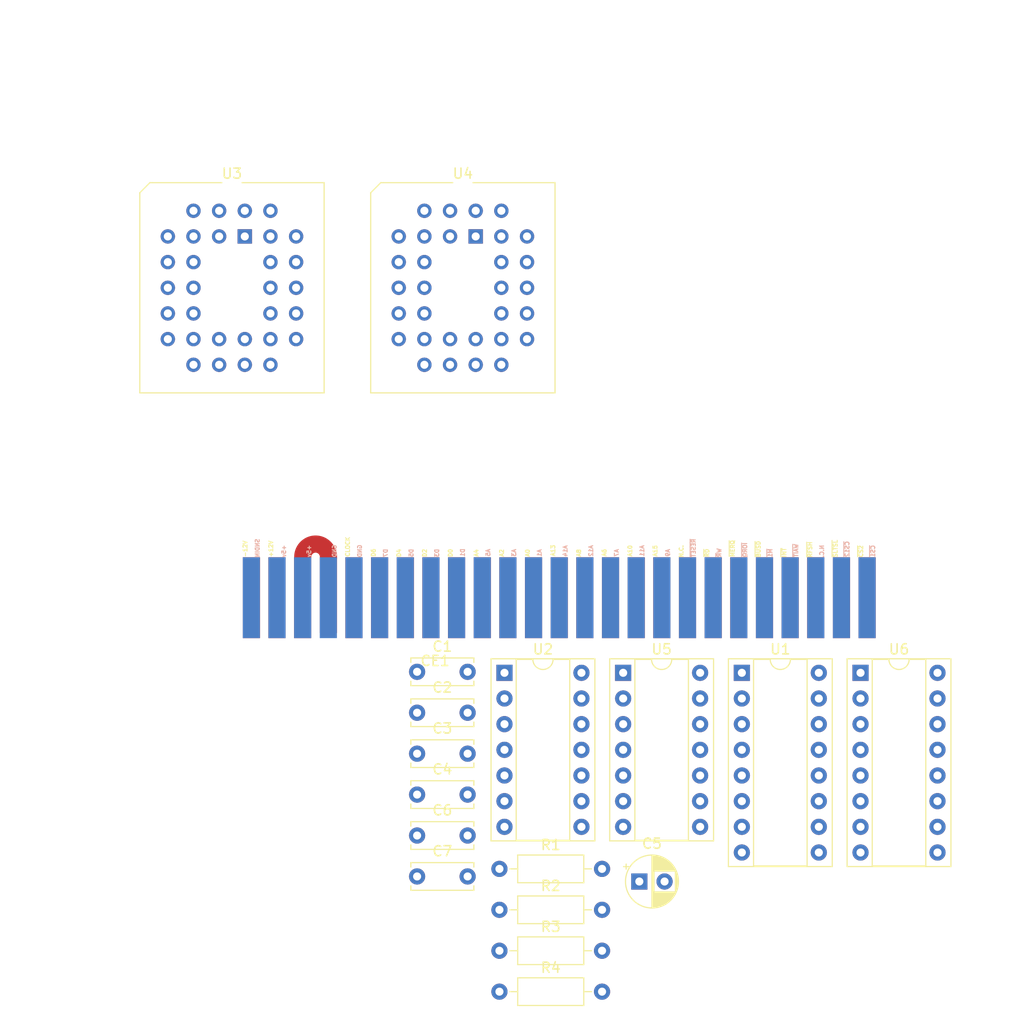
<source format=kicad_pcb>
(kicad_pcb (version 20221018) (generator pcbnew)
  (layers (0 "F.Cu" signal) (31 "B.Cu" signal) (34 "B.Paste" user) (35 "F.Paste" user) (36 "B.SilkS" user "B.Silkscreen") (37 "F.SilkS" user "F.Silkscreen") (38 "B.Mask" user) (39 "F.Mask" user) (44 "Edge.Cuts" user))
  (net 0 "")
  (net 4 "+5V")
  (net 6 "GND")
  (net 8 "/D6")
  (net 10 "/D7")
  (net 11 "/D4")
  (net 12 "/D5")
  (net 13 "/D2")
  (net 14 "/D3")
  (net 15 "/D0")
  (net 16 "/D1")
  (net 17 "/A4")
  (net 18 "/A5")
  (net 19 "/A2")
  (net 20 "/A3")
  (net 21 "/A0")
  (net 22 "/A1")
  (net 23 "/A13")
  (net 24 "/A8")
  (net 25 "/A12")
  (net 27 "/A6")
  (net 28 "/A7")
  (net 29 "/A10")
  (net 30 "/A11")
  (net 31 "/A15")
  (net 32 "/A9")
  (net 33 "/{slash}RD")
  (net 34 "/{slash}WR")
  (net 37 "/{slash}SLTSL")
  (net 38 "/MA14")
  (net 47 "/MA13")
  (net 55 "/ROM_CE1")
  (net 56 "/ROM_CE2")
  (net 57 "/ROM_CE3")
  (net 58 "/ROM_CE4")
  (net 59 "Net-(U6-~{Ew})")
  (net 60 "Net-(U2-Pad6)")
  (net 61 "Net-(U6-~{Er})")
  (footprint "Resistor_THT:R_Axial_DIN0207_L6.3mm_D2.5mm_P10.16mm_Horizontal" (layer "F.Cu") (at 136.97 136.24)
    (fp_text reference "R1" (at 5.08 -2.37) (layer "F.SilkS"))
    (fp_text value "470R")
    (pad "1" thru_hole circle (at 0 0) (size 1.6 1.6) (drill 0.8) (layers "*.Cu" "*.Mask") (net 6 "GND"))
    (pad "2" thru_hole oval (at 10.16 0) (size 1.6 1.6) (drill 0.8) (layers "*.Cu" "*.Mask") (net 38 "/MA14"))
  )
  (footprint "Capacitor_THT:CP_Radial_D5.0mm_P2.50mm" (layer "F.Cu") (at 150.819775 137.49)
    (fp_text reference "C5" (at 1.25 -3.75) (layer "F.SilkS"))
    (fp_text value "10uf")
    (pad "1" thru_hole rect (at 0 0) (size 1.6 1.6) (drill 0.8) (layers "*.Cu" "*.Mask") (net 4 "+5V"))
    (pad "2" thru_hole circle (at 2.5 0) (size 1.6 1.6) (drill 0.8) (layers "*.Cu" "*.Mask") (net 6 "GND"))
  )
  (footprint "Package_LCC:PLCC-32_THT-Socket" (layer "F.Cu") (at 111.76 73.66)
    (fp_text reference "U3" (at -1.27 -6.22) (layer "F.SilkS"))
    (fp_text value "W29C020")
    (pad "1" thru_hole rect (at 0 0) (size 1.4224 1.4224) (drill 0.8) (layers "*.Cu" "*.Mask"))
    (pad "2" thru_hole circle (at -2.54 -2.54) (size 1.4224 1.4224) (drill 0.8) (layers "*.Cu" "*.Mask"))
    (pad "3" thru_hole circle (at -2.54 0) (size 1.4224 1.4224) (drill 0.8) (layers "*.Cu" "*.Mask"))
    (pad "4" thru_hole circle (at -5.08 -2.54) (size 1.4224 1.4224) (drill 0.8) (layers "*.Cu" "*.Mask") (net 25 "/A12"))
    (pad "5" thru_hole circle (at -7.62 0) (size 1.4224 1.4224) (drill 0.8) (layers "*.Cu" "*.Mask") (net 28 "/A7"))
    (pad "6" thru_hole circle (at -5.08 0) (size 1.4224 1.4224) (drill 0.8) (layers "*.Cu" "*.Mask") (net 27 "/A6"))
    (pad "7" thru_hole circle (at -7.62 2.54) (size 1.4224 1.4224) (drill 0.8) (layers "*.Cu" "*.Mask") (net 18 "/A5"))
    (pad "8" thru_hole circle (at -5.08 2.54) (size 1.4224 1.4224) (drill 0.8) (layers "*.Cu" "*.Mask") (net 17 "/A4"))
    (pad "9" thru_hole circle (at -7.62 5.08) (size 1.4224 1.4224) (drill 0.8) (layers "*.Cu" "*.Mask") (net 20 "/A3"))
    (pad "10" thru_hole circle (at -5.08 5.08) (size 1.4224 1.4224) (drill 0.8) (layers "*.Cu" "*.Mask") (net 19 "/A2"))
    (pad "11" thru_hole circle (at -7.62 7.62) (size 1.4224 1.4224) (drill 0.8) (layers "*.Cu" "*.Mask") (net 22 "/A1"))
    (pad "12" thru_hole circle (at -5.08 7.62) (size 1.4224 1.4224) (drill 0.8) (layers "*.Cu" "*.Mask") (net 21 "/A0"))
    (pad "13" thru_hole circle (at -7.62 10.16) (size 1.4224 1.4224) (drill 0.8) (layers "*.Cu" "*.Mask") (net 15 "/D0"))
    (pad "14" thru_hole circle (at -5.08 12.7) (size 1.4224 1.4224) (drill 0.8) (layers "*.Cu" "*.Mask") (net 16 "/D1"))
    (pad "15" thru_hole circle (at -5.08 10.16) (size 1.4224 1.4224) (drill 0.8) (layers "*.Cu" "*.Mask") (net 13 "/D2"))
    (pad "16" thru_hole circle (at -2.54 12.7) (size 1.4224 1.4224) (drill 0.8) (layers "*.Cu" "*.Mask") (net 6 "GND"))
    (pad "17" thru_hole circle (at -2.54 10.16) (size 1.4224 1.4224) (drill 0.8) (layers "*.Cu" "*.Mask") (net 14 "/D3"))
    (pad "18" thru_hole circle (at 0 12.7) (size 1.4224 1.4224) (drill 0.8) (layers "*.Cu" "*.Mask") (net 11 "/D4"))
    (pad "19" thru_hole circle (at 0 10.16) (size 1.4224 1.4224) (drill 0.8) (layers "*.Cu" "*.Mask") (net 12 "/D5"))
    (pad "20" thru_hole circle (at 2.54 12.7) (size 1.4224 1.4224) (drill 0.8) (layers "*.Cu" "*.Mask") (net 8 "/D6"))
    (pad "21" thru_hole circle (at 5.08 10.16) (size 1.4224 1.4224) (drill 0.8) (layers "*.Cu" "*.Mask") (net 10 "/D7"))
    (pad "22" thru_hole circle (at 2.54 10.16) (size 1.4224 1.4224) (drill 0.8) (layers "*.Cu" "*.Mask"))
    (pad "23" thru_hole circle (at 5.08 7.62) (size 1.4224 1.4224) (drill 0.8) (layers "*.Cu" "*.Mask") (net 29 "/A10"))
    (pad "24" thru_hole circle (at 2.54 7.62) (size 1.4224 1.4224) (drill 0.8) (layers "*.Cu" "*.Mask"))
    (pad "25" thru_hole circle (at 5.08 5.08) (size 1.4224 1.4224) (drill 0.8) (layers "*.Cu" "*.Mask") (net 30 "/A11"))
    (pad "26" thru_hole circle (at 2.54 5.08) (size 1.4224 1.4224) (drill 0.8) (layers "*.Cu" "*.Mask") (net 32 "/A9"))
    (pad "27" thru_hole circle (at 5.08 2.54) (size 1.4224 1.4224) (drill 0.8) (layers "*.Cu" "*.Mask") (net 24 "/A8"))
    (pad "28" thru_hole circle (at 2.54 2.54) (size 1.4224 1.4224) (drill 0.8) (layers "*.Cu" "*.Mask"))
    (pad "29" thru_hole circle (at 5.08 0) (size 1.4224 1.4224) (drill 0.8) (layers "*.Cu" "*.Mask"))
    (pad "30" thru_hole circle (at 2.54 -2.54) (size 1.4224 1.4224) (drill 0.8) (layers "*.Cu" "*.Mask"))
    (pad "31" thru_hole circle (at 2.54 0) (size 1.4224 1.4224) (drill 0.8) (layers "*.Cu" "*.Mask"))
    (pad "32" thru_hole circle (at 0 -2.54) (size 1.4224 1.4224) (drill 0.8) (layers "*.Cu" "*.Mask") (net 4 "+5V"))
  )
  (footprint "Lib_add:card_edge_connector_MSX" (layer "F.Cu") (at 141.63 106.26)
    (fp_text reference "CE1" (at -11.03 9.4) (layer "F.SilkS"))
    (fp_text value "Card_Edge_Connector_MSX")
    (fp_text user "D3" (at -10.85 -1.28 -90) (layer "B.SilkS") (effects (font (size 0.4 0.4) (thickness 0.1)) (justify mirror)))
    (fp_text user "+5v" (at -23.51 -1.46 -90) (layer "B.SilkS") (effects (font (size 0.4 0.4) (thickness 0.1)) (justify mirror)))
    (fp_text user "A11" (at 9.46 -1.49 -90) (layer "B.SilkS") (effects (font (size 0.4 0.4) (thickness 0.1)) (justify mirror)))
    (fp_text user "A3" (at -3.22 -1.3 -90) (layer "B.SilkS") (effects (font (size 0.4 0.4) (thickness 0.1)) (justify mirror)))
    (fp_text user "~{M1}" (at 22.15 -1.28 -90) (layer "B.SilkS") (effects (font (size 0.4 0.4) (thickness 0.1)) (justify mirror)))
    (fp_text user "W~{R}" (at 17.09 -1.31 -90) (layer "B.SilkS") (effects (font (size 0.4 0.4) (thickness 0.1)) (justify mirror)))
    (fp_text user "A1" (at -0.7 -1.28 -90) (layer "B.SilkS") (effects (font (size 0.4 0.4) (thickness 0.1)) (justify mirror)))
    (fp_text user "A7" (at 6.94 -1.3 -90) (layer "B.SilkS") (effects (font (size 0.4 0.4) (thickness 0.1)) (justify mirror)))
    (fp_text user "A14" (at 1.86 -1.48 -90) (layer "B.SilkS") (effects (font (size 0.4 0.4) (thickness 0.1)) (justify mirror)))
    (fp_text user "D5" (at -13.39 -1.28 -90) (layer "B.SilkS") (effects (font (size 0.4 0.4) (thickness 0.1)) (justify mirror)))
    (fp_text user "~{CS1}" (at 32.32 -1.46 -90) (layer "B.SilkS") (effects (font (size 0.4 0.4) (thickness 0.1)) (justify mirror)))
    (fp_text user "+5v" (at -26 -1.46 -90) (layer "B.SilkS") (effects (font (size 0.4 0.4) (thickness 0.1)) (justify mirror)))
    (fp_text user "A9" (at 12.01 -1.3 -90) (layer "B.SilkS") (effects (font (size 0.4 0.4) (thickness 0.1)) (justify mirror)))
    (fp_text user "D1" (at -8.3 -1.31 -90) (layer "B.SilkS") (effects (font (size 0.4 0.4) (thickness 0.1)) (justify mirror)))
    (fp_text user "~{RESET}" (at 14.55 -1.77 -90) (layer "B.SilkS") (effects (font (size 0.4 0.4) (thickness 0.1)) (justify mirror)))
    (fp_text user "GND" (at -20.99 -1.48 -90) (layer "B.SilkS") (effects (font (size 0.4 0.4) (thickness 0.1)) (justify mirror)))
    (fp_text user "GND" (at -18.49 -1.48 -90) (layer "B.SilkS") (effects (font (size 0.4 0.4) (thickness 0.1)) (justify mirror)))
    (fp_text user "D7" (at -15.93 -1.28 -90) (layer "B.SilkS") (effects (font (size 0.4 0.4) (thickness 0.1)) (justify mirror)))
    (fp_text user "SNDIN" (at -28.62 -1.77 -90) (layer "B.SilkS") (effects (font (size 0.4 0.4) (thickness 0.1)) (justify mirror)))
    (fp_text user "A5" (at -5.78 -1.31 -90) (layer "B.SilkS") (effects (font (size 0.4 0.4) (thickness 0.1)) (justify mirror)))
    (fp_text user "N.C." (at 27.26 -1.46 -90) (layer "B.SilkS") (effects (font (size 0.4 0.4) (thickness 0.1)) (justify mirror)))
    (fp_text user "~{CS12}" (at 29.77 -1.66 -90) (layer "B.SilkS") (effects (font (size 0.4 0.4) (thickness 0.1)) (justify mirror)))
    (fp_text user "~{IORQ}" (at 19.65 -1.59 -90) (layer "B.SilkS") (effects (font (size 0.4 0.4) (thickness 0.1)) (justify mirror)))
    (fp_text user "A12" (at 4.4 -1.49 -90) (layer "B.SilkS") (effects (font (size 0.4 0.4) (thickness 0.1)) (justify mirror)))
    (fp_text user "~{WAIT}" (at 24.71 -1.53 -90) (layer "B.SilkS") (effects (font (size 0.4 0.4) (thickness 0.1)) (justify mirror)))
    (fp_text user "N.C." (at 13.35 -1.45 90) (layer "F.SilkS") (effects (font (size 0.4 0.4) (thickness 0.1))))
    (fp_text user "~{INT}" (at 23.53 -1.31 90) (layer "F.SilkS") (effects (font (size 0.4 0.4) (thickness 0.1))))
    (fp_text user "A0" (at -1.87 -1.28 90) (layer "F.SilkS") (effects (font (size 0.4 0.4) (thickness 0.1))))
    (fp_text user "D6" (at -17.13 -1.31 90) (layer "F.SilkS") (effects (font (size 0.4 0.4) (thickness 0.1))))
    (fp_text user "A15" (at 10.76 -1.49 90) (layer "F.SilkS") (effects (font (size 0.4 0.4) (thickness 0.1))))
    (fp_text user "D0" (at -9.51 -1.28 90) (layer "F.SilkS") (effects (font (size 0.4 0.4) (thickness 0.1))))
    (fp_text user "~{SLTSL}" (at 28.6 -1.71 90) (layer "F.SilkS") (effects (font (size 0.4 0.4) (thickness 0.1))))
    (fp_text user "A13" (at 0.65 -1.52 90) (layer "F.SilkS") (effects (font (size 0.4 0.4) (thickness 0.1))))
    (fp_text user "A8" (at 3.2 -1.28 90) (layer "F.SilkS") (effects (font (size 0.4 0.4) (thickness 0.1))))
    (fp_text user "-12V" (at -29.83 -1.69 90) (layer "F.SilkS") (effects (font (size 0.4 0.4) (thickness 0.1))))
    (fp_text user "~{MERQ}" (at 18.42 -1.72 90) (layer "F.SilkS") (effects (font (size 0.4 0.4) (thickness 0.1))))
    (fp_text user "A10" (at 8.27 -1.49 90) (layer "F.SilkS") (effects (font (size 0.4 0.4) (thickness 0.1))))
    (fp_text user "A6" (at 5.72 -1.31 90) (layer "F.SilkS") (effects (font (size 0.4 0.4) (thickness 0.1))))
    (fp_text user "A2" (at -4.43 -1.28 90) (layer "F.SilkS") (effects (font (size 0.4 0.4) (thickness 0.1))))
    (fp_text user "D2" (at -12.06 -1.28 90) (layer "F.SilkS") (effects (font (size 0.4 0.4) (thickness 0.1))))
    (fp_text user "~{RFSH}" (at 26.09 -1.62 90) (layer "F.SilkS") (effects (font (size 0.4 0.4) (thickness 0.1))))
    (fp_text user "A4" (at -6.95 -1.28 90) (layer "F.SilkS") (effects (font (size 0.4 0.4) (thickness 0.1))))
    (fp_text user "~{RD}" (at 15.9 -1.28 90) (layer "F.SilkS") (effects (font (size 0.4 0.4) (thickness 0.1))))
    (fp_text user "CLOCK" (at -19.68 -1.89 90) (layer "F.SilkS") (effects (font (size 0.4 0.4) (thickness 0.1))))
    (fp_text user "~{BUSD}" (at 20.98 -1.66 90) (layer "F.SilkS") (effects (font (size 0.4 0.4) (thickness 0.1))))
    (fp_text user "~{CS2}" (at 31.13 -1.44 90) (layer "F.SilkS") (effects (font (size 0.4 0.4) (thickness 0.1))))
    (fp_text user "D4" (at -14.61 -1.28 90) (layer "F.SilkS") (effects (font (size 0.4 0.4) (thickness 0.1))))
    (fp_text user "+12V" (at -27.28 -1.69 90) (layer "F.SilkS") (effects (font (size 0.4 0.4) (thickness 0.1))))
    (fp_arc (start -24.13 -0.889) (mid -22.86 -2.159) (end -21.59 -0.889) (stroke (width 1.7)) (layer "F.Cu"))
    (pad "1" connect rect (at 31.73984 3.14744) (size 1.7 8) (layers "B.Cu" "B.Mask"))
    (pad "2" connect rect (at 31.73984 3.14744) (size 1.7 8) (layers "F.Cu" "F.Mask"))
    (pad "3" connect rect (at 29.19984 3.14744) (size 1.7 8) (layers "B.Cu" "B.Mask"))
    (pad "4" connect rect (at 29.19984 3.14744) (size 1.7 8) (layers "F.Cu" "F.Mask") (net 37 "/{slash}SLTSL"))
    (pad "5" connect rect (at 26.65984 3.14744) (size 1.7 8) (layers "B.Cu" "B.Mask"))
    (pad "6" connect rect (at 26.65984 3.14744) (size 1.7 8) (layers "F.Cu" "F.Mask"))
    (pad "7" connect rect (at 24.11984 3.14744) (size 1.7 8) (layers "B.Cu" "B.Mask"))
    (pad "8" connect rect (at 24.11984 3.14744) (size 1.7 8) (layers "F.Cu" "F.Mask"))
    (pad "9" connect rect (at 21.57984 3.14744) (size 1.7 8) (layers "B.Cu" "B.Mask"))
    (pad "10" connect rect (at 21.57984 3.14744) (size 1.7 8) (layers "F.Cu" "F.Mask"))
    (pad "11" connect rect (at 19.03984 3.14744) (size 1.7 8) (layers "B.Cu" "B.Mask"))
    (pad "12" connect rect (at 19.03984 3.14744) (size 1.7 8) (layers "F.Cu" "F.Mask"))
    (pad "13" connect rect (at 16.49984 3.14744) (size 1.7 8) (layers "B.Cu" "B.Mask") (net 34 "/{slash}WR"))
    (pad "14" connect rect (at 16.49984 3.14744) (size 1.7 8) (layers "F.Cu" "F.Mask") (net 33 "/{slash}RD"))
    (pad "15" connect rect (at 13.95984 3.14744) (size 1.7 8) (layers "B.Cu" "B.Mask"))
    (pad "16" connect rect (at 13.95984 3.14744) (size 1.7 8) (layers "F.Cu" "F.Mask"))
    (pad "17" connect rect (at 11.41984 3.14744) (size 1.7 8) (layers "B.Cu" "B.Mask") (net 32 "/A9"))
    (pad "18" connect rect (at 11.41984 3.14744) (size 1.7 8) (layers "F.Cu" "F.Mask") (net 31 "/A15"))
    (pad "19" connect rect (at 8.87984 3.14744) (size 1.7 8) (layers "B.Cu" "B.Mask") (net 30 "/A11"))
    (pad "20" connect rect (at 8.87984 3.14744) (size 1.7 8) (layers "F.Cu" "F.Mask") (net 29 "/A10"))
    (pad "21" connect rect (at 6.33984 3.14744) (size 1.7 8) (layers "B.Cu" "B.Mask") (net 28 "/A7"))
    (pad "22" connect rect (at 6.33984 3.14744) (size 1.7 8) (layers "F.Cu" "F.Mask") (net 27 "/A6"))
    (pad "23" connect rect (at 3.79984 3.14744) (size 1.7 8) (layers "B.Cu" "B.Mask") (net 25 "/A12"))
    (pad "24" connect rect (at 3.79984 3.14744) (size 1.7 8) (layers "F.Cu" "F.Mask") (net 24 "/A8"))
    (pad "25" connect rect (at 1.25984 3.14744) (size 1.7 8) (layers "B.Cu" "B.Mask"))
    (pad "26" connect rect (at 1.25984 3.14744) (size 1.7 8) (layers "F.Cu" "F.Mask") (net 23 "/A13"))
    (pad "27" connect rect (at -1.28016 3.14744) (size 1.7 8) (layers "B.Cu" "B.Mask") (net 22 "/A1"))
    (pad "28" connect rect (at -1.28016 3.14744) (size 1.7 8) (layers "F.Cu" "F.Mask") (net 21 "/A0"))
    (pad "29" connect rect (at -3.82016 3.14744) (size 1.7 8) (layers "B.Cu" "B.Mask") (net 20 "/A3"))
    (pad "30" connect rect (at -3.82016 3.14744) (size 1.7 8) (layers "F.Cu" "F.Mask") (net 19 "/A2"))
    (pad "31" connect rect (at -6.36016 3.14744) (size 1.7 8) (layers "B.Cu" "B.Mask") (net 18 "/A5"))
    (pad "32" connect rect (at -6.36016 3.14744) (size 1.7 8) (layers "F.Cu" "F.Mask") (net 17 "/A4"))
    (pad "33" connect rect (at -8.90016 3.14744) (size 1.7 8) (layers "B.Cu" "B.Mask") (net 16 "/D1"))
    (pad "34" connect rect (at -8.90016 3.14744) (size 1.7 8) (layers "F.Cu" "F.Mask") (net 15 "/D0"))
    (pad "35" connect rect (at -11.44016 3.14744) (size 1.7 8) (layers "B.Cu" "B.Mask") (net 14 "/D3"))
    (pad "36" connect rect (at -11.44016 3.14744) (size 1.7 8) (layers "F.Cu" "F.Mask") (net 13 "/D2"))
    (pad "37" connect rect (at -13.98016 3.14744) (size 1.7 8) (layers "B.Cu" "B.Mask") (net 12 "/D5"))
    (pad "38" connect rect (at -13.98016 3.14744) (size 1.7 8) (layers "F.Cu" "F.Mask") (net 11 "/D4"))
    (pad "39" connect rect (at -16.52016 3.14744) (size 1.7 8) (layers "B.Cu" "B.Mask") (net 10 "/D7"))
    (pad "40" connect rect (at -16.52016 3.14744) (size 1.7 8) (layers "F.Cu" "F.Mask") (net 8 "/D6"))
    (pad "41" connect rect (at -19.06016 3.14744) (size 1.7 8) (layers "B.Cu" "B.Mask") (net 6 "GND"))
    (pad "42" connect rect (at -19.06016 3.14744) (size 1.7 8) (layers "F.Cu" "F.Mask"))
    (pad "43" connect rect (at -21.60016 3.14744) (size 1.7 8) (layers "B.Cu" "B.Mask") (net 6 "GND"))
    (pad "44" connect rect (at -21.6 2.898) (size 1.7 7.5) (layers "F.Cu" "F.Mask"))
    (pad "45" connect rect (at -24.14016 3.14744) (size 1.7 8) (layers "B.Cu" "B.Mask") (net 4 "+5V"))
    (pad "46" connect rect (at -24.14016 3.14744) (size 1.7 8) (layers "F.Cu" "F.Mask"))
    (pad "47" connect rect (at -26.68016 3.14744) (size 1.7 8) (layers "B.Cu" "B.Mask") (net 4 "+5V"))
    (pad "48" connect rect (at -26.68016 3.14744) (size 1.7 8) (layers "F.Cu" "F.Mask"))
    (pad "49" connect rect (at -29.22016 3.14744) (size 1.7 8) (layers "B.Cu" "B.Mask"))
    (pad "50" connect rect (at -29.22016 3.14744) (size 1.7 8) (layers "F.Cu" "F.Mask"))
  )
  (footprint "Package_LCC:PLCC-32_THT-Socket" (layer "F.Cu") (at 134.62 73.66)
    (fp_text reference "U4" (at -1.27 -6.22) (layer "F.SilkS"))
    (fp_text value "W29C020")
    (pad "1" thru_hole rect (at 0 0) (size 1.4224 1.4224) (drill 0.8) (layers "*.Cu" "*.Mask"))
    (pad "2" thru_hole circle (at -2.54 -2.54) (size 1.4224 1.4224) (drill 0.8) (layers "*.Cu" "*.Mask"))
    (pad "3" thru_hole circle (at -2.54 0) (size 1.4224 1.4224) (drill 0.8) (layers "*.Cu" "*.Mask"))
    (pad "4" thru_hole circle (at -5.08 -2.54) (size 1.4224 1.4224) (drill 0.8) (layers "*.Cu" "*.Mask") (net 25 "/A12"))
    (pad "5" thru_hole circle (at -7.62 0) (size 1.4224 1.4224) (drill 0.8) (layers "*.Cu" "*.Mask") (net 28 "/A7"))
    (pad "6" thru_hole circle (at -5.08 0) (size 1.4224 1.4224) (drill 0.8) (layers "*.Cu" "*.Mask") (net 27 "/A6"))
    (pad "7" thru_hole circle (at -7.62 2.54) (size 1.4224 1.4224) (drill 0.8) (layers "*.Cu" "*.Mask") (net 18 "/A5"))
    (pad "8" thru_hole circle (at -5.08 2.54) (size 1.4224 1.4224) (drill 0.8) (layers "*.Cu" "*.Mask") (net 17 "/A4"))
    (pad "9" thru_hole circle (at -7.62 5.08) (size 1.4224 1.4224) (drill 0.8) (layers "*.Cu" "*.Mask") (net 20 "/A3"))
    (pad "10" thru_hole circle (at -5.08 5.08) (size 1.4224 1.4224) (drill 0.8) (layers "*.Cu" "*.Mask") (net 19 "/A2"))
    (pad "11" thru_hole circle (at -7.62 7.62) (size 1.4224 1.4224) (drill 0.8) (layers "*.Cu" "*.Mask") (net 22 "/A1"))
    (pad "12" thru_hole circle (at -5.08 7.62) (size 1.4224 1.4224) (drill 0.8) (layers "*.Cu" "*.Mask") (net 21 "/A0"))
    (pad "13" thru_hole circle (at -7.62 10.16) (size 1.4224 1.4224) (drill 0.8) (layers "*.Cu" "*.Mask") (net 15 "/D0"))
    (pad "14" thru_hole circle (at -5.08 12.7) (size 1.4224 1.4224) (drill 0.8) (layers "*.Cu" "*.Mask") (net 16 "/D1"))
    (pad "15" thru_hole circle (at -5.08 10.16) (size 1.4224 1.4224) (drill 0.8) (layers "*.Cu" "*.Mask") (net 13 "/D2"))
    (pad "16" thru_hole circle (at -2.54 12.7) (size 1.4224 1.4224) (drill 0.8) (layers "*.Cu" "*.Mask") (net 6 "GND"))
    (pad "17" thru_hole circle (at -2.54 10.16) (size 1.4224 1.4224) (drill 0.8) (layers "*.Cu" "*.Mask") (net 14 "/D3"))
    (pad "18" thru_hole circle (at 0 12.7) (size 1.4224 1.4224) (drill 0.8) (layers "*.Cu" "*.Mask") (net 11 "/D4"))
    (pad "19" thru_hole circle (at 0 10.16) (size 1.4224 1.4224) (drill 0.8) (layers "*.Cu" "*.Mask") (net 12 "/D5"))
    (pad "20" thru_hole circle (at 2.54 12.7) (size 1.4224 1.4224) (drill 0.8) (layers "*.Cu" "*.Mask") (net 8 "/D6"))
    (pad "21" thru_hole circle (at 5.08 10.16) (size 1.4224 1.4224) (drill 0.8) (layers "*.Cu" "*.Mask") (net 10 "/D7"))
    (pad "22" thru_hole circle (at 2.54 10.16) (size 1.4224 1.4224) (drill 0.8) (layers "*.Cu" "*.Mask"))
    (pad "23" thru_hole circle (at 5.08 7.62) (size 1.4224 1.4224) (drill 0.8) (layers "*.Cu" "*.Mask") (net 29 "/A10"))
    (pad "24" thru_hole circle (at 2.54 7.62) (size 1.4224 1.4224) (drill 0.8) (layers "*.Cu" "*.Mask"))
    (pad "25" thru_hole circle (at 5.08 5.08) (size 1.4224 1.4224) (drill 0.8) (layers "*.Cu" "*.Mask") (net 30 "/A11"))
    (pad "26" thru_hole circle (at 2.54 5.08) (size 1.4224 1.4224) (drill 0.8) (layers "*.Cu" "*.Mask") (net 32 "/A9"))
    (pad "27" thru_hole circle (at 5.08 2.54) (size 1.4224 1.4224) (drill 0.8) (layers "*.Cu" "*.Mask") (net 24 "/A8"))
    (pad "28" thru_hole circle (at 2.54 2.54) (size 1.4224 1.4224) (drill 0.8) (layers "*.Cu" "*.Mask"))
    (pad "29" thru_hole circle (at 5.08 0) (size 1.4224 1.4224) (drill 0.8) (layers "*.Cu" "*.Mask"))
    (pad "30" thru_hole circle (at 2.54 -2.54) (size 1.4224 1.4224) (drill 0.8) (layers "*.Cu" "*.Mask"))
    (pad "31" thru_hole circle (at 2.54 0) (size 1.4224 1.4224) (drill 0.8) (layers "*.Cu" "*.Mask"))
    (pad "32" thru_hole circle (at 0 -2.54) (size 1.4224 1.4224) (drill 0.8) (layers "*.Cu" "*.Mask") (net 4 "+5V"))
  )
  (footprint "Package_DIP:DIP-16_W7.62mm_Socket" (layer "F.Cu") (at 172.72 116.84)
    (fp_text reference "U6" (at 3.81 -2.33) (layer "F.SilkS"))
    (fp_text value "74LS670")
    (pad "1" thru_hole rect (at 0 0) (size 1.6 1.6) (drill 0.8) (layers "*.Cu" "*.Mask") (net 13 "/D2"))
    (pad "2" thru_hole oval (at 0 2.54) (size 1.6 1.6) (drill 0.8) (layers "*.Cu" "*.Mask") (net 16 "/D1"))
    (pad "3" thru_hole oval (at 0 5.08) (size 1.6 1.6) (drill 0.8) (layers "*.Cu" "*.Mask") (net 15 "/D0"))
    (pad "4" thru_hole oval (at 0 7.62) (size 1.6 1.6) (drill 0.8) (layers "*.Cu" "*.Mask") (net 23 "/A13"))
    (pad "5" thru_hole oval (at 0 10.16) (size 1.6 1.6) (drill 0.8) (layers "*.Cu" "*.Mask") (net 31 "/A15"))
    (pad "6" thru_hole oval (at 0 12.7) (size 1.6 1.6) (drill 0.8) (layers "*.Cu" "*.Mask") (net 47 "/MA13"))
    (pad "7" thru_hole oval (at 0 15.24) (size 1.6 1.6) (drill 0.8) (layers "*.Cu" "*.Mask") (net 38 "/MA14"))
    (pad "8" thru_hole oval (at 0 17.78) (size 1.6 1.6) (drill 0.8) (layers "*.Cu" "*.Mask") (net 6 "GND"))
    (pad "9" thru_hole oval (at 7.62 17.78) (size 1.6 1.6) (drill 0.8) (layers "*.Cu" "*.Mask"))
    (pad "10" thru_hole oval (at 7.62 15.24) (size 1.6 1.6) (drill 0.8) (layers "*.Cu" "*.Mask"))
    (pad "11" thru_hole oval (at 7.62 12.7) (size 1.6 1.6) (drill 0.8) (layers "*.Cu" "*.Mask") (net 61 "Net-(U6-~{Er})"))
    (pad "12" thru_hole oval (at 7.62 10.16) (size 1.6 1.6) (drill 0.8) (layers "*.Cu" "*.Mask") (net 59 "Net-(U6-~{Ew})"))
    (pad "13" thru_hole oval (at 7.62 7.62) (size 1.6 1.6) (drill 0.8) (layers "*.Cu" "*.Mask") (net 23 "/A13"))
    (pad "14" thru_hole oval (at 7.62 5.08) (size 1.6 1.6) (drill 0.8) (layers "*.Cu" "*.Mask") (net 31 "/A15"))
    (pad "15" thru_hole oval (at 7.62 2.54) (size 1.6 1.6) (drill 0.8) (layers "*.Cu" "*.Mask") (net 14 "/D3"))
    (pad "16" thru_hole oval (at 7.62 0) (size 1.6 1.6) (drill 0.8) (layers "*.Cu" "*.Mask") (net 4 "+5V"))
  )
  (footprint "Capacitor_THT:C_Disc_D6.0mm_W2.5mm_P5.00mm" (layer "F.Cu") (at 128.82 136.99)
    (fp_text reference "C7" (at 2.5 -2.5) (layer "F.SilkS"))
    (fp_text value "100n")
    (pad "1" thru_hole circle (at 0 0) (size 1.6 1.6) (drill 0.8) (layers "*.Cu" "*.Mask") (net 4 "+5V"))
    (pad "2" thru_hole circle (at 5 0) (size 1.6 1.6) (drill 0.8) (layers "*.Cu" "*.Mask") (net 6 "GND"))
  )
  (footprint "Capacitor_THT:C_Disc_D6.0mm_W2.5mm_P5.00mm" (layer "F.Cu") (at 128.82 120.79)
    (fp_text reference "C2" (at 2.5 -2.5) (layer "F.SilkS"))
    (fp_text value "100n")
    (pad "1" thru_hole circle (at 0 0) (size 1.6 1.6) (drill 0.8) (layers "*.Cu" "*.Mask") (net 4 "+5V"))
    (pad "2" thru_hole circle (at 5 0) (size 1.6 1.6) (drill 0.8) (layers "*.Cu" "*.Mask") (net 6 "GND"))
  )
  (footprint "Package_DIP:DIP-14_W7.62mm_Socket" (layer "F.Cu") (at 137.47 116.84)
    (fp_text reference "U2" (at 3.81 -2.33) (layer "F.SilkS"))
    (fp_text value "74LS32")
    (pad "1" thru_hole rect (at 0 0) (size 1.6 1.6) (drill 0.8) (layers "*.Cu" "*.Mask") (net 34 "/{slash}WR"))
    (pad "2" thru_hole oval (at 0 2.54) (size 1.6 1.6) (drill 0.8) (layers "*.Cu" "*.Mask") (net 37 "/{slash}SLTSL"))
    (pad "3" thru_hole oval (at 0 5.08) (size 1.6 1.6) (drill 0.8) (layers "*.Cu" "*.Mask") (net 59 "Net-(U6-~{Ew})"))
    (pad "4" thru_hole oval (at 0 7.62) (size 1.6 1.6) (drill 0.8) (layers "*.Cu" "*.Mask") (net 31 "/A15"))
    (pad "5" thru_hole oval (at 0 10.16) (size 1.6 1.6) (drill 0.8) (layers "*.Cu" "*.Mask") (net 23 "/A13"))
    (pad "6" thru_hole oval (at 0 12.7) (size 1.6 1.6) (drill 0.8) (layers "*.Cu" "*.Mask") (net 60 "Net-(U2-Pad6)"))
    (pad "7" thru_hole oval (at 0 15.24) (size 1.6 1.6) (drill 0.8) (layers "*.Cu" "*.Mask") (net 6 "GND"))
    (pad "8" thru_hole oval (at 7.62 15.24) (size 1.6 1.6) (drill 0.8) (layers "*.Cu" "*.Mask"))
    (pad "9" thru_hole oval (at 7.62 12.7) (size 1.6 1.6) (drill 0.8) (layers "*.Cu" "*.Mask"))
    (pad "10" thru_hole oval (at 7.62 10.16) (size 1.6 1.6) (drill 0.8) (layers "*.Cu" "*.Mask"))
    (pad "11" thru_hole oval (at 7.62 7.62) (size 1.6 1.6) (drill 0.8) (layers "*.Cu" "*.Mask"))
    (pad "12" thru_hole oval (at 7.62 5.08) (size 1.6 1.6) (drill 0.8) (layers "*.Cu" "*.Mask"))
    (pad "13" thru_hole oval (at 7.62 2.54) (size 1.6 1.6) (drill 0.8) (layers "*.Cu" "*.Mask"))
    (pad "14" thru_hole oval (at 7.62 0) (size 1.6 1.6) (drill 0.8) (layers "*.Cu" "*.Mask") (net 4 "+5V"))
  )
  (footprint "Capacitor_THT:C_Disc_D6.0mm_W2.5mm_P5.00mm" (layer "F.Cu") (at 128.82 124.84)
    (fp_text reference "C3" (at 2.5 -2.5) (layer "F.SilkS"))
    (fp_text value "100n")
    (pad "1" thru_hole circle (at 0 0) (size 1.6 1.6) (drill 0.8) (layers "*.Cu" "*.Mask") (net 4 "+5V"))
    (pad "2" thru_hole circle (at 5 0) (size 1.6 1.6) (drill 0.8) (layers "*.Cu" "*.Mask") (net 6 "GND"))
  )
  (footprint "Resistor_THT:R_Axial_DIN0207_L6.3mm_D2.5mm_P10.16mm_Horizontal" (layer "F.Cu") (at 136.97 140.29)
    (fp_text reference "R2" (at 5.08 -2.37) (layer "F.SilkS"))
    (fp_text value "470R")
    (pad "1" thru_hole circle (at 0 0) (size 1.6 1.6) (drill 0.8) (layers "*.Cu" "*.Mask") (net 47 "/MA13"))
    (pad "2" thru_hole oval (at 10.16 0) (size 1.6 1.6) (drill 0.8) (layers "*.Cu" "*.Mask") (net 6 "GND"))
  )
  (footprint "Resistor_THT:R_Axial_DIN0207_L6.3mm_D2.5mm_P10.16mm_Horizontal" (layer "F.Cu") (at 136.97 144.34)
    (fp_text reference "R3" (at 5.08 -2.37) (layer "F.SilkS"))
    (fp_text value "470R")
    (pad "1" thru_hole circle (at 0 0) (size 1.6 1.6) (drill 0.8) (layers "*.Cu" "*.Mask") (net 6 "GND"))
    (pad "2" thru_hole oval (at 10.16 0) (size 1.6 1.6) (drill 0.8) (layers "*.Cu" "*.Mask"))
  )
  (footprint "Capacitor_THT:C_Disc_D6.0mm_W2.5mm_P5.00mm" (layer "F.Cu") (at 128.82 128.89)
    (fp_text reference "C4" (at 2.5 -2.5) (layer "F.SilkS"))
    (fp_text value "100n")
    (pad "1" thru_hole circle (at 0 0) (size 1.6 1.6) (drill 0.8) (layers "*.Cu" "*.Mask") (net 4 "+5V"))
    (pad "2" thru_hole circle (at 5 0) (size 1.6 1.6) (drill 0.8) (layers "*.Cu" "*.Mask") (net 6 "GND"))
  )
  (footprint "Capacitor_THT:C_Disc_D6.0mm_W2.5mm_P5.00mm" (layer "F.Cu") (at 128.82 116.74)
    (fp_text reference "C1" (at 2.5 -2.5) (layer "F.SilkS"))
    (fp_text value "100n")
    (pad "1" thru_hole circle (at 0 0) (size 1.6 1.6) (drill 0.8) (layers "*.Cu" "*.Mask") (net 4 "+5V"))
    (pad "2" thru_hole circle (at 5 0) (size 1.6 1.6) (drill 0.8) (layers "*.Cu" "*.Mask") (net 6 "GND"))
  )
  (footprint "Package_DIP:DIP-16_W7.62mm_Socket" (layer "F.Cu") (at 160.97 116.84)
    (fp_text reference "U1" (at 3.81 -2.33) (layer "F.SilkS"))
    (fp_text value "74LS139")
    (pad "1" thru_hole rect (at 0 0) (size 1.6 1.6) (drill 0.8) (layers "*.Cu" "*.Mask") (net 37 "/{slash}SLTSL"))
    (pad "2" thru_hole oval (at 0 2.54) (size 1.6 1.6) (drill 0.8) (layers "*.Cu" "*.Mask"))
    (pad "3" thru_hole oval (at 0 5.08) (size 1.6 1.6) (drill 0.8) (layers "*.Cu" "*.Mask"))
    (pad "4" thru_hole oval (at 0 7.62) (size 1.6 1.6) (drill 0.8) (layers "*.Cu" "*.Mask") (net 55 "/ROM_CE1"))
    (pad "5" thru_hole oval (at 0 10.16) (size 1.6 1.6) (drill 0.8) (layers "*.Cu" "*.Mask") (net 56 "/ROM_CE2"))
    (pad "6" thru_hole oval (at 0 12.7) (size 1.6 1.6) (drill 0.8) (layers "*.Cu" "*.Mask") (net 57 "/ROM_CE3"))
    (pad "7" thru_hole oval (at 0 15.24) (size 1.6 1.6) (drill 0.8) (layers "*.Cu" "*.Mask") (net 58 "/ROM_CE4"))
    (pad "8" thru_hole oval (at 0 17.78) (size 1.6 1.6) (drill 0.8) (layers "*.Cu" "*.Mask") (net 6 "GND"))
    (pad "9" thru_hole oval (at 7.62 17.78) (size 1.6 1.6) (drill 0.8) (layers "*.Cu" "*.Mask"))
    (pad "10" thru_hole oval (at 7.62 15.24) (size 1.6 1.6) (drill 0.8) (layers "*.Cu" "*.Mask"))
    (pad "11" thru_hole oval (at 7.62 12.7) (size 1.6 1.6) (drill 0.8) (layers "*.Cu" "*.Mask"))
    (pad "12" thru_hole oval (at 7.62 10.16) (size 1.6 1.6) (drill 0.8) (layers "*.Cu" "*.Mask"))
    (pad "13" thru_hole oval (at 7.62 7.62) (size 1.6 1.6) (drill 0.8) (layers "*.Cu" "*.Mask"))
    (pad "14" thru_hole oval (at 7.62 5.08) (size 1.6 1.6) (drill 0.8) (layers "*.Cu" "*.Mask"))
    (pad "15" thru_hole oval (at 7.62 2.54) (size 1.6 1.6) (drill 0.8) (layers "*.Cu" "*.Mask"))
    (pad "16" thru_hole oval (at 7.62 0) (size 1.6 1.6) (drill 0.8) (layers "*.Cu" "*.Mask") (net 4 "+5V"))
  )
  (footprint "Resistor_THT:R_Axial_DIN0207_L6.3mm_D2.5mm_P10.16mm_Horizontal" (layer "F.Cu") (at 136.97 148.39)
    (fp_text reference "R4" (at 5.08 -2.37) (layer "F.SilkS"))
    (fp_text value "470R")
    (pad "1" thru_hole circle (at 0 0) (size 1.6 1.6) (drill 0.8) (layers "*.Cu" "*.Mask"))
    (pad "2" thru_hole oval (at 10.16 0) (size 1.6 1.6) (drill 0.8) (layers "*.Cu" "*.Mask") (net 6 "GND"))
  )
  (footprint "Capacitor_THT:C_Disc_D6.0mm_W2.5mm_P5.00mm" (layer "F.Cu") (at 128.82 132.94)
    (fp_text reference "C6" (at 2.5 -2.5) (layer "F.SilkS"))
    (fp_text value "100n")
    (pad "1" thru_hole circle (at 0 0) (size 1.6 1.6) (drill 0.8) (layers "*.Cu" "*.Mask") (net 4 "+5V"))
    (pad "2" thru_hole circle (at 5 0) (size 1.6 1.6) (drill 0.8) (layers "*.Cu" "*.Mask") (net 6 "GND"))
  )
  (footprint "Package_DIP:DIP-14_W7.62mm_Socket" (layer "F.Cu") (at 149.22 116.84)
    (fp_text reference "U5" (at 3.81 -2.33) (layer "F.SilkS"))
    (fp_text value "74LS04")
    (pad "1" thru_hole rect (at 0 0) (size 1.6 1.6) (drill 0.8) (layers "*.Cu" "*.Mask") (net 60 "Net-(U2-Pad6)"))
    (pad "2" thru_hole oval (at 0 2.54) (size 1.6 1.6) (drill 0.8) (layers "*.Cu" "*.Mask") (net 61 "Net-(U6-~{Er})"))
    (pad "3" thru_hole oval (at 0 5.08) (size 1.6 1.6) (drill 0.8) (layers "*.Cu" "*.Mask"))
    (pad "4" thru_hole oval (at 0 7.62) (size 1.6 1.6) (drill 0.8) (layers "*.Cu" "*.Mask"))
    (pad "5" thru_hole oval (at 0 10.16) (size 1.6 1.6) (drill 0.8) (layers "*.Cu" "*.Mask"))
    (pad "6" thru_hole oval (at 0 12.7) (size 1.6 1.6) (drill 0.8) (layers "*.Cu" "*.Mask"))
    (pad "7" thru_hole oval (at 0 15.24) (size 1.6 1.6) (drill 0.8) (layers "*.Cu" "*.Mask") (net 6 "GND"))
    (pad "8" thru_hole oval (at 7.62 15.24) (size 1.6 1.6) (drill 0.8) (layers "*.Cu" "*.Mask"))
    (pad "9" thru_hole oval (at 7.62 12.7) (size 1.6 1.6) (drill 0.8) (layers "*.Cu" "*.Mask"))
    (pad "10" thru_hole oval (at 7.62 10.16) (size 1.6 1.6) (drill 0.8) (layers "*.Cu" "*.Mask"))
    (pad "11" thru_hole oval (at 7.62 7.62) (size 1.6 1.6) (drill 0.8) (layers "*.Cu" "*.Mask"))
    (pad "12" thru_hole oval (at 7.62 5.08) (size 1.6 1.6) (drill 0.8) (layers "*.Cu" "*.Mask"))
    (pad "13" thru_hole oval (at 7.62 2.54) (size 1.6 1.6) (drill 0.8) (layers "*.Cu" "*.Mask"))
    (pad "14" thru_hole oval (at 7.62 0) (size 1.6 1.6) (drill 0.8) (layers "*.Cu" "*.Mask") (net 4 "+5V"))
  )
)
</source>
